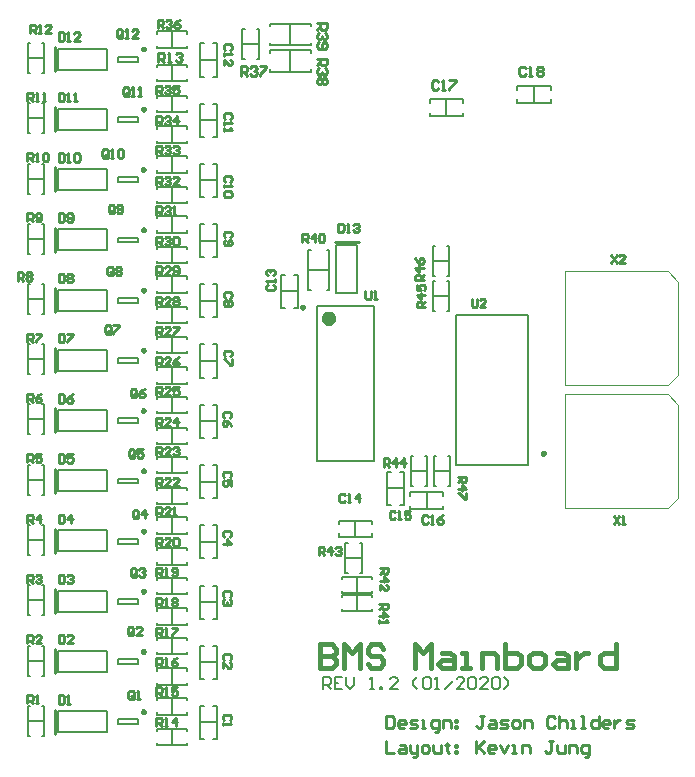
<source format=gto>
%FSLAX23Y23*%
%MOIN*%
%SFA1B1*%

%IPPOS*%
%ADD10C,0.009840*%
%ADD11C,0.023620*%
%ADD12C,0.007870*%
%ADD13C,0.005910*%
%ADD14C,0.003940*%
%ADD15C,0.010000*%
%ADD16C,0.015750*%
%LNbms-1*%
%LPD*%
G54D10*
X835Y407D02*
D01*
X835Y407*
X835Y407*
X834Y408*
X834Y408*
X834Y408*
X834Y409*
X834Y409*
X834Y409*
X834Y409*
X833Y410*
X833Y410*
X833Y410*
X833Y410*
X832Y411*
X832Y411*
X832Y411*
X832Y411*
X831Y411*
X831Y411*
X831Y411*
X830Y411*
X830Y412*
X830*
X829Y411*
X829Y411*
X828Y411*
X828Y411*
X828Y411*
X828Y411*
X827Y411*
X827Y411*
X827Y410*
X826Y410*
X826Y410*
X826Y410*
X826Y409*
X826Y409*
X825Y409*
X825Y409*
X825Y408*
X825Y408*
X825Y408*
X825Y407*
X825Y407*
X825Y407*
X825Y406*
X825Y406*
X825Y406*
X825Y405*
X825Y405*
X825Y405*
X825Y404*
X826Y404*
X826Y404*
X826Y403*
X826Y403*
X826Y403*
X827Y403*
X827Y403*
X827Y402*
X828Y402*
X828Y402*
X828Y402*
X828Y402*
X829Y402*
X829Y402*
X830Y402*
X830*
X830Y402*
X831Y402*
X831Y402*
X831Y402*
X832Y402*
X832Y402*
X832Y402*
X832Y403*
X833Y403*
X833Y403*
X833Y403*
X833Y403*
X834Y404*
X834Y404*
X834Y404*
X834Y405*
X834Y405*
X834Y405*
X834Y406*
X835Y406*
X835Y406*
X835Y407*
Y607D02*
D01*
X835Y608*
X835Y608*
X834Y608*
X834Y609*
X834Y609*
X834Y609*
X834Y610*
X834Y610*
X834Y610*
X833Y611*
X833Y611*
X833Y611*
X833Y611*
X832Y611*
X832Y612*
X832Y612*
X832Y612*
X831Y612*
X831Y612*
X831Y612*
X830Y612*
X830Y612*
X830*
X829Y612*
X829Y612*
X828Y612*
X828Y612*
X828Y612*
X828Y612*
X827Y612*
X827Y611*
X827Y611*
X826Y611*
X826Y611*
X826Y611*
X826Y610*
X826Y610*
X825Y610*
X825Y609*
X825Y609*
X825Y609*
X825Y608*
X825Y608*
X825Y608*
X825Y607*
X825Y607*
X825Y607*
X825Y606*
X825Y606*
X825Y606*
X825Y605*
X825Y605*
X826Y605*
X826Y604*
X826Y604*
X826Y604*
X826Y604*
X827Y603*
X827Y603*
X827Y603*
X828Y603*
X828Y603*
X828Y603*
X828Y603*
X829Y603*
X829Y602*
X830Y602*
X830*
X830Y602*
X831Y603*
X831Y603*
X831Y603*
X832Y603*
X832Y603*
X832Y603*
X832Y603*
X833Y603*
X833Y604*
X833Y604*
X833Y604*
X834Y604*
X834Y605*
X834Y605*
X834Y605*
X834Y606*
X834Y606*
X834Y606*
X835Y607*
X835Y607*
X835Y607*
Y808D02*
D01*
X835Y809*
X835Y809*
X834Y809*
X834Y810*
X834Y810*
X834Y810*
X834Y810*
X834Y811*
X834Y811*
X833Y811*
X833Y812*
X833Y812*
X833Y812*
X832Y812*
X832Y812*
X832Y813*
X832Y813*
X831Y813*
X831Y813*
X831Y813*
X830Y813*
X830Y813*
X830*
X829Y813*
X829Y813*
X828Y813*
X828Y813*
X828Y813*
X828Y813*
X827Y812*
X827Y812*
X827Y812*
X826Y812*
X826Y812*
X826Y811*
X826Y811*
X826Y811*
X825Y810*
X825Y810*
X825Y810*
X825Y810*
X825Y809*
X825Y809*
X825Y809*
X825Y808*
X825Y808*
X825Y807*
X825Y807*
X825Y807*
X825Y806*
X825Y806*
X825Y806*
X826Y806*
X826Y805*
X826Y805*
X826Y805*
X826Y805*
X827Y804*
X827Y804*
X827Y804*
X828Y804*
X828Y804*
X828Y803*
X828Y803*
X829Y803*
X829Y803*
X830Y803*
X830*
X830Y803*
X831Y803*
X831Y803*
X831Y803*
X832Y804*
X832Y804*
X832Y804*
X832Y804*
X833Y804*
X833Y805*
X833Y805*
X833Y805*
X834Y805*
X834Y806*
X834Y806*
X834Y806*
X834Y806*
X834Y807*
X834Y807*
X835Y807*
X835Y808*
X835Y808*
Y1009D02*
D01*
X835Y1009*
X835Y1010*
X834Y1010*
X834Y1010*
X834Y1011*
X834Y1011*
X834Y1011*
X834Y1012*
X834Y1012*
X833Y1012*
X833Y1012*
X833Y1013*
X833Y1013*
X832Y1013*
X832Y1013*
X832Y1013*
X832Y1014*
X831Y1014*
X831Y1014*
X831Y1014*
X830Y1014*
X830Y1014*
X830*
X829Y1014*
X829Y1014*
X828Y1014*
X828Y1014*
X828Y1014*
X828Y1013*
X827Y1013*
X827Y1013*
X827Y1013*
X826Y1013*
X826Y1012*
X826Y1012*
X826Y1012*
X826Y1012*
X825Y1011*
X825Y1011*
X825Y1011*
X825Y1010*
X825Y1010*
X825Y1010*
X825Y1009*
X825Y1009*
X825Y1009*
X825Y1008*
X825Y1008*
X825Y1008*
X825Y1007*
X825Y1007*
X825Y1007*
X826Y1006*
X826Y1006*
X826Y1006*
X826Y1006*
X826Y1005*
X827Y1005*
X827Y1005*
X827Y1005*
X828Y1005*
X828Y1004*
X828Y1004*
X828Y1004*
X829Y1004*
X829Y1004*
X830Y1004*
X830*
X830Y1004*
X831Y1004*
X831Y1004*
X831Y1004*
X832Y1004*
X832Y1005*
X832Y1005*
X832Y1005*
X833Y1005*
X833Y1005*
X833Y1006*
X833Y1006*
X834Y1006*
X834Y1006*
X834Y1007*
X834Y1007*
X834Y1007*
X834Y1008*
X834Y1008*
X835Y1008*
X835Y1009*
X835Y1009*
Y1210D02*
D01*
X835Y1210*
X835Y1210*
X834Y1211*
X834Y1211*
X834Y1211*
X834Y1212*
X834Y1212*
X834Y1212*
X834Y1213*
X833Y1213*
X833Y1213*
X833Y1213*
X833Y1214*
X832Y1214*
X832Y1214*
X832Y1214*
X832Y1214*
X831Y1214*
X831Y1215*
X831Y1215*
X830Y1215*
X830Y1215*
X830*
X829Y1215*
X829Y1215*
X828Y1215*
X828Y1214*
X828Y1214*
X828Y1214*
X827Y1214*
X827Y1214*
X827Y1214*
X826Y1213*
X826Y1213*
X826Y1213*
X826Y1213*
X826Y1212*
X825Y1212*
X825Y1212*
X825Y1211*
X825Y1211*
X825Y1211*
X825Y1210*
X825Y1210*
X825Y1210*
X825Y1209*
X825Y1209*
X825Y1209*
X825Y1208*
X825Y1208*
X825Y1208*
X825Y1207*
X826Y1207*
X826Y1207*
X826Y1207*
X826Y1206*
X826Y1206*
X827Y1206*
X827Y1206*
X827Y1205*
X828Y1205*
X828Y1205*
X828Y1205*
X828Y1205*
X829Y1205*
X829Y1205*
X830Y1205*
X830*
X830Y1205*
X831Y1205*
X831Y1205*
X831Y1205*
X832Y1205*
X832Y1205*
X832Y1205*
X832Y1206*
X833Y1206*
X833Y1206*
X833Y1206*
X833Y1207*
X834Y1207*
X834Y1207*
X834Y1207*
X834Y1208*
X834Y1208*
X834Y1208*
X834Y1209*
X835Y1209*
X835Y1209*
X835Y1210*
Y1411D02*
D01*
X835Y1411*
X835Y1411*
X834Y1412*
X834Y1412*
X834Y1412*
X834Y1413*
X834Y1413*
X834Y1413*
X834Y1413*
X833Y1414*
X833Y1414*
X833Y1414*
X833Y1414*
X832Y1415*
X832Y1415*
X832Y1415*
X832Y1415*
X831Y1415*
X831Y1415*
X831Y1415*
X830Y1415*
X830Y1415*
X830*
X829Y1415*
X829Y1415*
X828Y1415*
X828Y1415*
X828Y1415*
X828Y1415*
X827Y1415*
X827Y1415*
X827Y1414*
X826Y1414*
X826Y1414*
X826Y1414*
X826Y1413*
X826Y1413*
X825Y1413*
X825Y1413*
X825Y1412*
X825Y1412*
X825Y1412*
X825Y1411*
X825Y1411*
X825Y1411*
X825Y1410*
X825Y1410*
X825Y1409*
X825Y1409*
X825Y1409*
X825Y1409*
X825Y1408*
X826Y1408*
X826Y1408*
X826Y1407*
X826Y1407*
X826Y1407*
X827Y1407*
X827Y1406*
X827Y1406*
X828Y1406*
X828Y1406*
X828Y1406*
X828Y1406*
X829Y1406*
X829Y1406*
X830Y1406*
X830*
X830Y1406*
X831Y1406*
X831Y1406*
X831Y1406*
X832Y1406*
X832Y1406*
X832Y1406*
X832Y1406*
X833Y1407*
X833Y1407*
X833Y1407*
X833Y1407*
X834Y1408*
X834Y1408*
X834Y1408*
X834Y1409*
X834Y1409*
X834Y1409*
X834Y1409*
X835Y1410*
X835Y1410*
X835Y1411*
Y1611D02*
D01*
X835Y1612*
X835Y1612*
X834Y1612*
X834Y1613*
X834Y1613*
X834Y1613*
X834Y1614*
X834Y1614*
X834Y1614*
X833Y1614*
X833Y1615*
X833Y1615*
X833Y1615*
X832Y1615*
X832Y1616*
X832Y1616*
X832Y1616*
X831Y1616*
X831Y1616*
X831Y1616*
X830Y1616*
X830Y1616*
X830*
X829Y1616*
X829Y1616*
X828Y1616*
X828Y1616*
X828Y1616*
X828Y1616*
X827Y1616*
X827Y1615*
X827Y1615*
X826Y1615*
X826Y1615*
X826Y1614*
X826Y1614*
X826Y1614*
X825Y1614*
X825Y1613*
X825Y1613*
X825Y1613*
X825Y1612*
X825Y1612*
X825Y1612*
X825Y1611*
X825Y1611*
X825Y1611*
X825Y1610*
X825Y1610*
X825Y1610*
X825Y1609*
X825Y1609*
X826Y1609*
X826Y1608*
X826Y1608*
X826Y1608*
X826Y1608*
X827Y1607*
X827Y1607*
X827Y1607*
X828Y1607*
X828Y1607*
X828Y1607*
X828Y1607*
X829Y1606*
X829Y1606*
X830Y1606*
X830*
X830Y1606*
X831Y1606*
X831Y1607*
X831Y1607*
X832Y1607*
X832Y1607*
X832Y1607*
X832Y1607*
X833Y1607*
X833Y1608*
X833Y1608*
X833Y1608*
X834Y1608*
X834Y1609*
X834Y1609*
X834Y1609*
X834Y1610*
X834Y1610*
X834Y1610*
X835Y1611*
X835Y1611*
X835Y1611*
Y1812D02*
D01*
X835Y1812*
X835Y1813*
X834Y1813*
X834Y1813*
X834Y1814*
X834Y1814*
X834Y1814*
X834Y1815*
X834Y1815*
X833Y1815*
X833Y1816*
X833Y1816*
X833Y1816*
X832Y1816*
X832Y1816*
X832Y1817*
X832Y1817*
X831Y1817*
X831Y1817*
X831Y1817*
X830Y1817*
X830Y1817*
X830*
X829Y1817*
X829Y1817*
X828Y1817*
X828Y1817*
X828Y1817*
X828Y1817*
X827Y1816*
X827Y1816*
X827Y1816*
X826Y1816*
X826Y1816*
X826Y1815*
X826Y1815*
X826Y1815*
X825Y1814*
X825Y1814*
X825Y1814*
X825Y1813*
X825Y1813*
X825Y1813*
X825Y1812*
X825Y1812*
X825Y1812*
X825Y1811*
X825Y1811*
X825Y1811*
X825Y1810*
X825Y1810*
X825Y1810*
X826Y1809*
X826Y1809*
X826Y1809*
X826Y1809*
X826Y1808*
X827Y1808*
X827Y1808*
X827Y1808*
X828Y1808*
X828Y1808*
X828Y1807*
X828Y1807*
X829Y1807*
X829Y1807*
X830Y1807*
X830*
X830Y1807*
X831Y1807*
X831Y1807*
X831Y1807*
X832Y1808*
X832Y1808*
X832Y1808*
X832Y1808*
X833Y1808*
X833Y1808*
X833Y1809*
X833Y1809*
X834Y1809*
X834Y1809*
X834Y1810*
X834Y1810*
X834Y1810*
X834Y1811*
X834Y1811*
X835Y1811*
X835Y1812*
X835Y1812*
Y2013D02*
D01*
X835Y2013*
X835Y2014*
X834Y2014*
X834Y2014*
X834Y2015*
X834Y2015*
X834Y2015*
X834Y2015*
X834Y2016*
X833Y2016*
X833Y2016*
X833Y2017*
X833Y2017*
X832Y2017*
X832Y2017*
X832Y2017*
X832Y2017*
X831Y2018*
X831Y2018*
X831Y2018*
X830Y2018*
X830Y2018*
X830*
X829Y2018*
X829Y2018*
X828Y2018*
X828Y2018*
X828Y2017*
X828Y2017*
X827Y2017*
X827Y2017*
X827Y2017*
X826Y2017*
X826Y2016*
X826Y2016*
X826Y2016*
X826Y2015*
X825Y2015*
X825Y2015*
X825Y2015*
X825Y2014*
X825Y2014*
X825Y2014*
X825Y2013*
X825Y2013*
X825Y2013*
X825Y2012*
X825Y2012*
X825Y2012*
X825Y2011*
X825Y2011*
X825Y2011*
X826Y2010*
X826Y2010*
X826Y2010*
X826Y2009*
X826Y2009*
X827Y2009*
X827Y2009*
X827Y2009*
X828Y2008*
X828Y2008*
X828Y2008*
X828Y2008*
X829Y2008*
X829Y2008*
X830Y2008*
X830*
X830Y2008*
X831Y2008*
X831Y2008*
X831Y2008*
X832Y2008*
X832Y2008*
X832Y2009*
X832Y2009*
X833Y2009*
X833Y2009*
X833Y2009*
X833Y2010*
X834Y2010*
X834Y2010*
X834Y2011*
X834Y2011*
X834Y2011*
X834Y2012*
X834Y2012*
X835Y2012*
X835Y2013*
X835Y2013*
Y2414D02*
D01*
X835Y2415*
X835Y2415*
X834Y2415*
X834Y2416*
X834Y2416*
X834Y2416*
X834Y2417*
X834Y2417*
X834Y2417*
X833Y2418*
X833Y2418*
X833Y2418*
X833Y2418*
X832Y2419*
X832Y2419*
X832Y2419*
X832Y2419*
X831Y2419*
X831Y2419*
X831Y2419*
X830Y2419*
X830Y2419*
X830*
X829Y2419*
X829Y2419*
X828Y2419*
X828Y2419*
X828Y2419*
X828Y2419*
X827Y2419*
X827Y2419*
X827Y2418*
X826Y2418*
X826Y2418*
X826Y2418*
X826Y2417*
X826Y2417*
X825Y2417*
X825Y2416*
X825Y2416*
X825Y2416*
X825Y2415*
X825Y2415*
X825Y2415*
X825Y2414*
X825Y2414*
X825Y2414*
X825Y2413*
X825Y2413*
X825Y2413*
X825Y2412*
X825Y2412*
X826Y2412*
X826Y2412*
X826Y2411*
X826Y2411*
X826Y2411*
X827Y2411*
X827Y2410*
X827Y2410*
X828Y2410*
X828Y2410*
X828Y2410*
X828Y2410*
X829Y2410*
X829Y2410*
X830Y2410*
X830*
X830Y2410*
X831Y2410*
X831Y2410*
X831Y2410*
X832Y2410*
X832Y2410*
X832Y2410*
X832Y2410*
X833Y2411*
X833Y2411*
X833Y2411*
X833Y2411*
X834Y2412*
X834Y2412*
X834Y2412*
X834Y2412*
X834Y2413*
X834Y2413*
X834Y2413*
X835Y2414*
X835Y2414*
X835Y2414*
Y2214D02*
D01*
X835Y2214*
X835Y2214*
X834Y2215*
X834Y2215*
X834Y2215*
X834Y2216*
X834Y2216*
X834Y2216*
X834Y2217*
X833Y2217*
X833Y2217*
X833Y2217*
X833Y2218*
X832Y2218*
X832Y2218*
X832Y2218*
X832Y2218*
X831Y2218*
X831Y2218*
X831Y2219*
X830Y2219*
X830Y2219*
X830*
X829Y2219*
X829Y2219*
X828Y2218*
X828Y2218*
X828Y2218*
X828Y2218*
X827Y2218*
X827Y2218*
X827Y2218*
X826Y2217*
X826Y2217*
X826Y2217*
X826Y2217*
X826Y2216*
X825Y2216*
X825Y2216*
X825Y2215*
X825Y2215*
X825Y2215*
X825Y2214*
X825Y2214*
X825Y2214*
X825Y2213*
X825Y2213*
X825Y2213*
X825Y2212*
X825Y2212*
X825Y2212*
X825Y2211*
X826Y2211*
X826Y2211*
X826Y2211*
X826Y2210*
X826Y2210*
X827Y2210*
X827Y2210*
X827Y2209*
X828Y2209*
X828Y2209*
X828Y2209*
X828Y2209*
X829Y2209*
X829Y2209*
X830Y2209*
X830*
X830Y2209*
X831Y2209*
X831Y2209*
X831Y2209*
X832Y2209*
X832Y2209*
X832Y2209*
X832Y2210*
X833Y2210*
X833Y2210*
X833Y2210*
X833Y2211*
X834Y2211*
X834Y2211*
X834Y2211*
X834Y2212*
X834Y2212*
X834Y2212*
X834Y2213*
X835Y2213*
X835Y2213*
X835Y2214*
Y206D02*
D01*
X835Y206*
X835Y206*
X834Y207*
X834Y207*
X834Y207*
X834Y208*
X834Y208*
X834Y208*
X834Y209*
X833Y209*
X833Y209*
X833Y209*
X833Y210*
X832Y210*
X832Y210*
X832Y210*
X832Y210*
X831Y210*
X831Y211*
X831Y211*
X830Y211*
X830Y211*
X830*
X829Y211*
X829Y211*
X828Y211*
X828Y210*
X828Y210*
X828Y210*
X827Y210*
X827Y210*
X827Y210*
X826Y209*
X826Y209*
X826Y209*
X826Y209*
X826Y208*
X825Y208*
X825Y208*
X825Y207*
X825Y207*
X825Y207*
X825Y206*
X825Y206*
X825Y206*
X825Y205*
X825Y205*
X825Y205*
X825Y204*
X825Y204*
X825Y204*
X825Y203*
X826Y203*
X826Y203*
X826Y203*
X826Y202*
X826Y202*
X827Y202*
X827Y202*
X827Y202*
X828Y201*
X828Y201*
X828Y201*
X828Y201*
X829Y201*
X829Y201*
X830Y201*
X830*
X830Y201*
X831Y201*
X831Y201*
X831Y201*
X832Y201*
X832Y201*
X832Y202*
X832Y202*
X833Y202*
X833Y202*
X833Y202*
X833Y203*
X834Y203*
X834Y203*
X834Y203*
X834Y204*
X834Y204*
X834Y204*
X834Y205*
X835Y205*
X835Y205*
X835Y206*
X2168Y1067D02*
D01*
X2168Y1068*
X2167Y1068*
X2167Y1068*
X2167Y1069*
X2167Y1069*
X2167Y1069*
X2167Y1070*
X2167Y1070*
X2167Y1070*
X2166Y1070*
X2166Y1071*
X2166Y1071*
X2166Y1071*
X2165Y1071*
X2165Y1072*
X2165Y1072*
X2164Y1072*
X2164Y1072*
X2164Y1072*
X2163Y1072*
X2163Y1072*
X2163Y1072*
X2162*
X2162Y1072*
X2162Y1072*
X2161Y1072*
X2161Y1072*
X2161Y1072*
X2160Y1072*
X2160Y1072*
X2160Y1071*
X2160Y1071*
X2159Y1071*
X2159Y1071*
X2159Y1070*
X2159Y1070*
X2158Y1070*
X2158Y1070*
X2158Y1069*
X2158Y1069*
X2158Y1069*
X2158Y1068*
X2158Y1068*
X2158Y1068*
X2158Y1067*
X2158Y1067*
X2158Y1067*
X2158Y1066*
X2158Y1066*
X2158Y1066*
X2158Y1065*
X2158Y1065*
X2158Y1065*
X2159Y1064*
X2159Y1064*
X2159Y1064*
X2159Y1064*
X2160Y1063*
X2160Y1063*
X2160Y1063*
X2160Y1063*
X2161Y1063*
X2161Y1063*
X2161Y1063*
X2162Y1062*
X2162Y1062*
X2162Y1062*
X2163*
X2163Y1062*
X2163Y1062*
X2164Y1063*
X2164Y1063*
X2164Y1063*
X2165Y1063*
X2165Y1063*
X2165Y1063*
X2166Y1063*
X2166Y1064*
X2166Y1064*
X2166Y1064*
X2167Y1064*
X2167Y1065*
X2167Y1065*
X2167Y1065*
X2167Y1066*
X2167Y1066*
X2167Y1066*
X2167Y1067*
X2168Y1067*
X2168Y1067*
X1365Y1554D02*
D01*
X1365Y1554*
X1365Y1554*
X1365Y1555*
X1364Y1555*
X1364Y1555*
X1364Y1556*
X1364Y1556*
X1364Y1556*
X1364Y1557*
X1364Y1557*
X1363Y1557*
X1363Y1557*
X1363Y1558*
X1362Y1558*
X1362Y1558*
X1362Y1558*
X1362Y1558*
X1361Y1558*
X1361Y1558*
X1361Y1558*
X1360Y1559*
X1360Y1559*
X1360*
X1359Y1559*
X1359Y1558*
X1359Y1558*
X1358Y1558*
X1358Y1558*
X1358Y1558*
X1357Y1558*
X1357Y1558*
X1357Y1558*
X1356Y1557*
X1356Y1557*
X1356Y1557*
X1356Y1557*
X1356Y1556*
X1355Y1556*
X1355Y1556*
X1355Y1555*
X1355Y1555*
X1355Y1555*
X1355Y1554*
X1355Y1554*
X1355Y1554*
X1355Y1553*
X1355Y1553*
X1355Y1553*
X1355Y1552*
X1355Y1552*
X1355Y1552*
X1355Y1551*
X1356Y1551*
X1356Y1551*
X1356Y1550*
X1356Y1550*
X1356Y1550*
X1357Y1550*
X1357Y1550*
X1357Y1549*
X1358Y1549*
X1358Y1549*
X1358Y1549*
X1359Y1549*
X1359Y1549*
X1359Y1549*
X1360Y1549*
X1360*
X1360Y1549*
X1361Y1549*
X1361Y1549*
X1361Y1549*
X1362Y1549*
X1362Y1549*
X1362Y1549*
X1362Y1550*
X1363Y1550*
X1363Y1550*
X1363Y1550*
X1364Y1550*
X1364Y1551*
X1364Y1551*
X1364Y1551*
X1364Y1552*
X1364Y1552*
X1364Y1552*
X1365Y1553*
X1365Y1553*
X1365Y1553*
X1365Y1554*
X1467Y1773D02*
X1547D01*
X536Y2341D02*
Y2421D01*
Y2141D02*
Y2221D01*
Y1940D02*
Y2020D01*
Y1739D02*
Y1819D01*
Y1538D02*
Y1618D01*
Y1337D02*
Y1417D01*
Y1137D02*
Y1217D01*
Y936D02*
Y1016D01*
Y735D02*
Y815D01*
Y534D02*
Y614D01*
Y334D02*
Y414D01*
Y133D02*
Y213D01*
G54D11*
X1458Y1517D02*
D01*
X1458Y1518*
X1458Y1519*
X1458Y1520*
X1458Y1520*
X1457Y1521*
X1457Y1522*
X1457Y1523*
X1456Y1523*
X1456Y1524*
X1455Y1525*
X1455Y1525*
X1454Y1526*
X1454Y1527*
X1453Y1527*
X1452Y1527*
X1452Y1528*
X1451Y1528*
X1450Y1528*
X1449Y1529*
X1448Y1529*
X1448Y1529*
X1447Y1529*
X1446*
X1445Y1529*
X1444Y1529*
X1443Y1529*
X1443Y1528*
X1442Y1528*
X1441Y1528*
X1440Y1527*
X1440Y1527*
X1439Y1527*
X1438Y1526*
X1438Y1525*
X1437Y1525*
X1437Y1524*
X1436Y1523*
X1436Y1523*
X1436Y1522*
X1435Y1521*
X1435Y1520*
X1435Y1520*
X1435Y1519*
X1435Y1518*
X1435Y1517*
X1435Y1516*
X1435Y1516*
X1435Y1515*
X1435Y1514*
X1435Y1513*
X1436Y1512*
X1436Y1512*
X1436Y1511*
X1437Y1510*
X1437Y1510*
X1438Y1509*
X1438Y1508*
X1439Y1508*
X1440Y1507*
X1440Y1507*
X1441Y1507*
X1442Y1506*
X1443Y1506*
X1443Y1506*
X1444Y1506*
X1445Y1505*
X1446Y1505*
X1447*
X1448Y1505*
X1448Y1506*
X1449Y1506*
X1450Y1506*
X1451Y1506*
X1452Y1507*
X1452Y1507*
X1453Y1507*
X1454Y1508*
X1454Y1508*
X1455Y1509*
X1455Y1510*
X1456Y1510*
X1456Y1511*
X1457Y1512*
X1457Y1512*
X1457Y1513*
X1458Y1514*
X1458Y1515*
X1458Y1516*
X1458Y1516*
X1458Y1517*
G54D12*
X745Y380D02*
X812D01*
X745Y365D02*
X812D01*
Y380*
X745Y365D02*
Y380D01*
Y581D02*
X812D01*
X745Y565D02*
X812D01*
Y581*
X745Y565D02*
Y581D01*
Y782D02*
X812D01*
X745Y766D02*
X812D01*
Y782*
X745Y766D02*
Y782D01*
Y983D02*
X812D01*
X745Y967D02*
X812D01*
Y983*
X745Y967D02*
Y983D01*
Y1184D02*
X812D01*
X745Y1168D02*
X812D01*
Y1184*
X745Y1168D02*
Y1184D01*
Y1369D02*
Y1384D01*
X812Y1369D02*
Y1384D01*
X745Y1369D02*
X812D01*
X745Y1384D02*
X812D01*
X745Y1585D02*
X812D01*
X745Y1569D02*
X812D01*
Y1585*
X745Y1569D02*
Y1585D01*
Y1786D02*
X812D01*
X745Y1770D02*
X812D01*
Y1786*
X745Y1770D02*
Y1786D01*
Y1987D02*
X812D01*
X745Y1971D02*
X812D01*
Y1987*
X745Y1971D02*
Y1987D01*
Y2388D02*
X812D01*
X745Y2373D02*
X812D01*
Y2388*
X745Y2373D02*
Y2388D01*
Y2187D02*
X812D01*
X745Y2172D02*
X812D01*
Y2187*
X745Y2172D02*
Y2187D01*
Y180D02*
X812D01*
X745Y164D02*
X812D01*
Y180*
X745Y164D02*
Y180D01*
X1873Y1529D02*
X2112D01*
Y1029D02*
Y1529D01*
X1873Y1029D02*
Y1529D01*
Y1029D02*
X2112D01*
X1472Y1602D02*
Y1763D01*
X1542*
Y1602D02*
Y1763D01*
X1472Y1602D02*
X1542D01*
X1407Y1041D02*
Y1557D01*
X1600Y1041D02*
Y1557D01*
X1407D02*
X1600D01*
X1407Y1041D02*
X1600D01*
X546Y2346D02*
X707D01*
X546D02*
Y2416D01*
X707*
Y2346D02*
Y2416D01*
X546Y2146D02*
X707D01*
X546D02*
Y2216D01*
X707*
Y2146D02*
Y2216D01*
X546Y1945D02*
X707D01*
X546D02*
Y2015D01*
X707*
Y1945D02*
Y2015D01*
X546Y1744D02*
X707D01*
X546D02*
Y1814D01*
X707*
Y1744D02*
Y1814D01*
X546Y1543D02*
X707D01*
X546D02*
Y1613D01*
X707*
Y1543D02*
Y1613D01*
X546Y1342D02*
X707D01*
X546D02*
Y1412D01*
X707*
Y1342D02*
Y1412D01*
X546Y1142D02*
X707D01*
X546D02*
Y1212D01*
X707*
Y1142D02*
Y1212D01*
X546Y941D02*
X707D01*
X546D02*
Y1011D01*
X707*
Y941D02*
Y1011D01*
X546Y740D02*
X707D01*
X546D02*
Y810D01*
X707*
Y740D02*
Y810D01*
X546Y539D02*
X707D01*
X546D02*
Y609D01*
X707*
Y539D02*
Y609D01*
X546Y339D02*
X707D01*
X546D02*
Y409D01*
X707*
Y339D02*
Y409D01*
X546Y138D02*
X707D01*
X546D02*
Y208D01*
X707*
Y138D02*
Y208D01*
X1428Y281D02*
Y320D01*
X1447*
X1454Y314*
Y301*
X1447Y294*
X1428*
X1441D02*
X1454Y281D01*
X1493Y320D02*
X1467D01*
Y281*
X1493*
X1467Y301D02*
X1480D01*
X1506Y320D02*
Y294D01*
X1519Y281*
X1533Y294*
Y320*
X1585Y281D02*
X1598D01*
X1592*
Y320*
X1585Y314*
X1618Y281D02*
Y288D01*
X1624*
Y281*
X1618*
X1677D02*
X1651D01*
X1677Y307*
Y314*
X1670Y320*
X1657*
X1651Y314*
X1743Y281D02*
X1729Y294D01*
Y307*
X1743Y320*
X1762Y314D02*
X1769Y320D01*
X1782*
X1788Y314*
Y288*
X1782Y281*
X1769*
X1762Y288*
Y314*
X1802Y281D02*
X1815D01*
X1808*
Y320*
X1802Y314*
X1834Y281D02*
X1861Y307D01*
X1900Y281D02*
X1874D01*
X1900Y307*
Y314*
X1893Y320*
X1880*
X1874Y314*
X1913D02*
X1920Y320D01*
X1933*
X1939Y314*
Y288*
X1933Y281*
X1920*
X1913Y288*
Y314*
X1979Y281D02*
X1952D01*
X1979Y307*
Y314*
X1972Y320*
X1959*
X1952Y314*
X1992D02*
X1998Y320D01*
X2011*
X2018Y314*
Y288*
X2011Y281*
X1998*
X1992Y288*
Y314*
X2031Y281D02*
X2044Y294D01*
Y307*
X2031Y320*
G54D13*
X874Y2308D02*
Y2315D01*
Y2308D02*
X974D01*
Y2315*
Y2355D02*
Y2363D01*
X874D02*
X974D01*
X874Y2355D02*
Y2363D01*
X924Y2308D02*
Y2363D01*
X1159Y2483D02*
X1167D01*
X1159Y2383D02*
Y2483D01*
Y2383D02*
X1167D01*
X1207D02*
X1215D01*
Y2483*
X1207D02*
X1215D01*
X1159Y2433D02*
X1215D01*
X1253Y2490D02*
Y2498D01*
X1387*
Y2490D02*
Y2498D01*
X1253Y2427D02*
Y2435D01*
Y2427D02*
X1387D01*
Y2435*
X1320Y2427D02*
Y2498D01*
X1253Y2402D02*
Y2410D01*
X1387*
Y2402D02*
Y2410D01*
X1253Y2339D02*
Y2347D01*
Y2339D02*
X1387D01*
Y2347*
X1320Y2339D02*
Y2410D01*
X1591Y831D02*
Y843D01*
X1481D02*
X1591D01*
X1481Y831D02*
Y843D01*
Y788D02*
Y800D01*
Y788D02*
X1591D01*
Y800*
X1536Y788D02*
Y843D01*
X1642Y951D02*
X1698D01*
X1642Y896D02*
X1654D01*
X1642D02*
Y1006D01*
X1654*
X1686D02*
X1698D01*
Y896D02*
Y1006D01*
X1686Y896D02*
X1698D01*
X1290Y1663D02*
X1302D01*
X1290Y1553D02*
Y1663D01*
Y1553D02*
X1302D01*
X1333D02*
X1345D01*
Y1663*
X1333D02*
X1345D01*
X1290Y1608D02*
X1345D01*
X1491Y541D02*
Y549D01*
Y541D02*
X1591D01*
Y549*
Y589D02*
Y596D01*
X1491D02*
X1591D01*
X1491Y589D02*
Y596D01*
X1541Y541D02*
Y596D01*
X1491Y600D02*
Y607D01*
Y600D02*
X1591D01*
Y607*
Y647D02*
Y655D01*
X1491D02*
X1591D01*
X1491Y647D02*
Y655D01*
X1541Y600D02*
Y655D01*
X1551Y667D02*
X1558D01*
Y767*
X1551D02*
X1558D01*
X1503D02*
X1511D01*
X1503Y667D02*
Y767D01*
Y667D02*
X1511D01*
X1503Y717D02*
X1558D01*
X1775Y881D02*
Y937D01*
X1720Y925D02*
Y937D01*
X1830*
Y925D02*
Y937D01*
Y881D02*
Y893D01*
X1720Y881D02*
X1830D01*
X1720D02*
Y893D01*
X2187Y2279D02*
Y2291D01*
X2076D02*
X2187D01*
X2076Y2279D02*
Y2291D01*
Y2236D02*
Y2248D01*
Y2236D02*
X2187D01*
Y2248*
X2131Y2236D02*
Y2291D01*
X1785Y2192D02*
Y2203D01*
Y2192D02*
X1895D01*
Y2203*
Y2235D02*
Y2247D01*
X1785D02*
X1895D01*
X1785Y2235D02*
Y2247D01*
X1840Y2192D02*
Y2247D01*
X1379Y1678D02*
X1450D01*
X1442Y1745D02*
X1450D01*
Y1611D02*
Y1745D01*
X1442Y1611D02*
X1450D01*
X1379Y1745D02*
X1387D01*
X1379Y1611D02*
Y1745D01*
Y1611D02*
X1387D01*
X1798Y1009D02*
X1853D01*
X1798Y959D02*
X1805D01*
X1798D02*
Y1059D01*
X1805*
X1845D02*
X1853D01*
Y959D02*
Y1059D01*
X1845Y959D02*
X1853D01*
X1721Y1009D02*
X1776D01*
X1769Y1059D02*
X1776D01*
Y959D02*
Y1059D01*
X1769Y959D02*
X1776D01*
X1721D02*
X1729D01*
X1721D02*
Y1059D01*
X1729*
X1794Y1707D02*
X1849D01*
X1841Y1757D02*
X1849D01*
Y1657D02*
Y1757D01*
X1841Y1657D02*
X1849D01*
X1794D02*
X1801D01*
X1794D02*
Y1757D01*
X1801*
X1794Y1592D02*
X1849D01*
X1841Y1642D02*
X1849D01*
Y1542D02*
Y1642D01*
X1841Y1542D02*
X1849D01*
X1794D02*
X1801D01*
X1794D02*
Y1642D01*
X1801*
X445Y176D02*
X500D01*
X492Y226D02*
X500D01*
Y126D02*
Y226D01*
X492Y126D02*
X500D01*
X445D02*
X452D01*
X445D02*
Y226D01*
X452*
X445Y376D02*
X500D01*
X492Y426D02*
X500D01*
Y326D02*
Y426D01*
X492Y326D02*
X500D01*
X445D02*
X452D01*
X445D02*
Y426D01*
X452*
X445Y577D02*
X500D01*
X492Y627D02*
X500D01*
Y527D02*
Y627D01*
X492Y527D02*
X500D01*
X445D02*
X452D01*
X445D02*
Y627D01*
X452*
X445Y778D02*
X500D01*
X492Y828D02*
X500D01*
Y728D02*
Y828D01*
X492Y728D02*
X500D01*
X445D02*
X452D01*
X445D02*
Y828D01*
X452*
X445Y979D02*
X500D01*
X492Y1029D02*
X500D01*
Y929D02*
Y1029D01*
X492Y929D02*
X500D01*
X445D02*
X452D01*
X445D02*
Y1029D01*
X452*
X445Y1180D02*
X500D01*
X492Y1230D02*
X500D01*
Y1130D02*
Y1230D01*
X492Y1130D02*
X500D01*
X445D02*
X452D01*
X445D02*
Y1230D01*
X452*
X445Y1380D02*
X500D01*
X492Y1430D02*
X500D01*
Y1330D02*
Y1430D01*
X492Y1330D02*
X500D01*
X445D02*
X452D01*
X445D02*
Y1430D01*
X452*
X445Y1581D02*
X500D01*
X492Y1631D02*
X500D01*
Y1531D02*
Y1631D01*
X492Y1531D02*
X500D01*
X445D02*
X452D01*
X445D02*
Y1631D01*
X452*
X445Y1782D02*
X500D01*
X492Y1832D02*
X500D01*
Y1732D02*
Y1832D01*
X492Y1732D02*
X500D01*
X445D02*
X452D01*
X445D02*
Y1832D01*
X452*
X445Y1983D02*
X500D01*
X492Y2033D02*
X500D01*
Y1933D02*
Y2033D01*
X492Y1933D02*
X500D01*
X445D02*
X452D01*
X445D02*
Y2033D01*
X452*
X445Y2184D02*
X500D01*
X492Y2234D02*
X500D01*
Y2134D02*
Y2234D01*
X492Y2134D02*
X500D01*
X445D02*
X452D01*
X445D02*
Y2234D01*
X452*
X1063Y115D02*
X1075D01*
Y225*
X1063D02*
X1075D01*
X1020D02*
X1031D01*
X1020Y115D02*
Y225D01*
Y115D02*
X1031D01*
X1020Y170D02*
X1075D01*
X1063Y315D02*
X1075D01*
Y426*
X1063D02*
X1075D01*
X1020D02*
X1031D01*
X1020Y315D02*
Y426D01*
Y315D02*
X1031D01*
X1020Y371D02*
X1075D01*
X1063Y516D02*
X1075D01*
Y626*
X1063D02*
X1075D01*
X1020D02*
X1031D01*
X1020Y516D02*
Y626D01*
Y516D02*
X1031D01*
X1020Y571D02*
X1075D01*
X1063Y717D02*
X1075D01*
Y827*
X1063D02*
X1075D01*
X1020D02*
X1031D01*
X1020Y717D02*
Y827D01*
Y717D02*
X1031D01*
X1020Y772D02*
X1075D01*
X1063Y918D02*
X1075D01*
Y1028*
X1063D02*
X1075D01*
X1020D02*
X1031D01*
X1020Y918D02*
Y1028D01*
Y918D02*
X1031D01*
X1020Y973D02*
X1075D01*
X1063Y1119D02*
X1075D01*
Y1229*
X1063D02*
X1075D01*
X1020D02*
X1031D01*
X1020Y1119D02*
Y1229D01*
Y1119D02*
X1031D01*
X1020Y1174D02*
X1075D01*
X1063Y1319D02*
X1075D01*
Y1430*
X1063D02*
X1075D01*
X1020D02*
X1031D01*
X1020Y1319D02*
Y1430D01*
Y1319D02*
X1031D01*
X1020Y1375D02*
X1075D01*
X1063Y1520D02*
X1075D01*
Y1630*
X1063D02*
X1075D01*
X1020D02*
X1031D01*
X1020Y1520D02*
Y1630D01*
Y1520D02*
X1031D01*
X1020Y1575D02*
X1075D01*
X1063Y1721D02*
X1075D01*
Y1831*
X1063D02*
X1075D01*
X1020D02*
X1031D01*
X1020Y1721D02*
Y1831D01*
Y1721D02*
X1031D01*
X1020Y1776D02*
X1075D01*
X1063Y1922D02*
X1075D01*
Y2032*
X1063D02*
X1075D01*
X1020D02*
X1031D01*
X1020Y1922D02*
Y2032D01*
Y1922D02*
X1031D01*
X1020Y1977D02*
X1075D01*
X1063Y2123D02*
X1075D01*
Y2233*
X1063D02*
X1075D01*
X1020D02*
X1031D01*
X1020Y2123D02*
Y2233D01*
Y2123D02*
X1031D01*
X1020Y2178D02*
X1075D01*
X1063Y2323D02*
X1075D01*
Y2434*
X1063D02*
X1075D01*
X1020D02*
X1031D01*
X1020Y2323D02*
Y2434D01*
Y2323D02*
X1031D01*
X1020Y2378D02*
X1075D01*
X925Y2418D02*
Y2474D01*
X875Y2466D02*
Y2474D01*
X975*
Y2466D02*
Y2474D01*
Y2418D02*
Y2426D01*
X875Y2418D02*
X975D01*
X875D02*
Y2426D01*
X925Y2204D02*
Y2259D01*
X875Y2252D02*
Y2259D01*
X975*
Y2252D02*
Y2259D01*
Y2204D02*
Y2212D01*
X875Y2204D02*
X975D01*
X875D02*
Y2212D01*
X925Y2102D02*
Y2157D01*
X875Y2149D02*
Y2157D01*
X975*
Y2149D02*
Y2157D01*
Y2102D02*
Y2109D01*
X875Y2102D02*
X975D01*
X875D02*
Y2109D01*
X925Y2003D02*
Y2059D01*
X875Y2051D02*
Y2059D01*
X975*
Y2051D02*
Y2059D01*
Y2003D02*
Y2011D01*
X875Y2003D02*
X975D01*
X875D02*
Y2011D01*
X925Y1901D02*
Y1956D01*
X875Y1949D02*
Y1956D01*
X975*
Y1949D02*
Y1956D01*
Y1901D02*
Y1909D01*
X875Y1901D02*
X975D01*
X875D02*
Y1909D01*
X925Y1803D02*
Y1858D01*
X875Y1850D02*
Y1858D01*
X975*
Y1850D02*
Y1858D01*
Y1803D02*
Y1810D01*
X875Y1803D02*
X975D01*
X875D02*
Y1810D01*
X925Y1700D02*
Y1755D01*
X875Y1748D02*
Y1755D01*
X975*
Y1748D02*
Y1755D01*
Y1700D02*
Y1708D01*
X875Y1700D02*
X975D01*
X875D02*
Y1708D01*
X925Y1602D02*
Y1657D01*
X875Y1649D02*
Y1657D01*
X975*
Y1649D02*
Y1657D01*
Y1602D02*
Y1609D01*
X875Y1602D02*
X975D01*
X875D02*
Y1609D01*
X925Y1500D02*
Y1555D01*
X875Y1547D02*
Y1555D01*
X975*
Y1547D02*
Y1555D01*
Y1500D02*
Y1507D01*
X875Y1500D02*
X975D01*
X875D02*
Y1507D01*
X925Y1401D02*
Y1456D01*
X875Y1449D02*
Y1456D01*
X975*
Y1449D02*
Y1456D01*
Y1401D02*
Y1409D01*
X875Y1401D02*
X975D01*
X875D02*
Y1409D01*
X925Y1299D02*
Y1354D01*
X875Y1346D02*
Y1354D01*
X975*
Y1346D02*
Y1354D01*
Y1299D02*
Y1306D01*
X875Y1299D02*
X975D01*
X875D02*
Y1306D01*
X925Y1098D02*
Y1153D01*
X875Y1145D02*
Y1153D01*
X975*
Y1145D02*
Y1153D01*
Y1098D02*
Y1105D01*
X875Y1098D02*
X975D01*
X875D02*
Y1105D01*
X925Y1200D02*
Y1255D01*
X875Y1248D02*
Y1255D01*
X975*
Y1248D02*
Y1255D01*
Y1200D02*
Y1208D01*
X875Y1200D02*
X975D01*
X875D02*
Y1208D01*
X925Y1000D02*
Y1055D01*
X875Y1047D02*
Y1055D01*
X975*
Y1047D02*
Y1055D01*
Y1000D02*
Y1007D01*
X875Y1000D02*
X975D01*
X875D02*
Y1007D01*
X925Y897D02*
Y952D01*
X875Y945D02*
Y952D01*
X975*
Y945D02*
Y952D01*
Y897D02*
Y905D01*
X875Y897D02*
X975D01*
X875D02*
Y905D01*
X925Y799D02*
Y854D01*
X875Y846D02*
Y854D01*
X975*
Y846D02*
Y854D01*
Y799D02*
Y806D01*
X875Y799D02*
X975D01*
X875D02*
Y806D01*
X925Y696D02*
Y751D01*
X875Y744D02*
Y751D01*
X975*
Y744D02*
Y751D01*
Y696D02*
Y704D01*
X875Y696D02*
X975D01*
X875D02*
Y704D01*
X925Y598D02*
Y653D01*
X875Y645D02*
Y653D01*
X975*
Y645D02*
Y653D01*
Y598D02*
Y605D01*
X875Y598D02*
X975D01*
X875D02*
Y605D01*
X925Y496D02*
Y551D01*
X875Y543D02*
Y551D01*
X975*
Y543D02*
Y551D01*
Y496D02*
Y503D01*
X875Y496D02*
X975D01*
X875D02*
Y503D01*
X925Y397D02*
Y452D01*
X875Y445D02*
Y452D01*
X975*
Y445D02*
Y452D01*
Y397D02*
Y405D01*
X875Y397D02*
X975D01*
X875D02*
Y405D01*
X925Y295D02*
Y350D01*
X875Y342D02*
Y350D01*
X975*
Y342D02*
Y350D01*
Y295D02*
Y302D01*
X875Y295D02*
X975D01*
X875D02*
Y302D01*
X925Y196D02*
Y251D01*
X875Y244D02*
Y251D01*
X975*
Y244D02*
Y251D01*
Y196D02*
Y204D01*
X875Y196D02*
X975D01*
X875D02*
Y204D01*
X925Y94D02*
Y149D01*
X875Y142D02*
Y149D01*
X975*
Y142D02*
Y149D01*
Y94D02*
Y102D01*
X875Y94D02*
X975D01*
X875D02*
Y102D01*
X445Y2384D02*
X500D01*
X492Y2434D02*
X500D01*
Y2334D02*
Y2434D01*
X492Y2334D02*
X500D01*
X445D02*
X452D01*
X445D02*
Y2434D01*
X452*
G54D14*
X2579Y1294D02*
X2613Y1329D01*
Y1639*
X2579Y1674D02*
X2613Y1639D01*
X2234Y1674D02*
X2579D01*
X2234Y1294D02*
X2579D01*
X2234D02*
Y1674D01*
X2579Y884D02*
X2613Y919D01*
Y1229*
X2579Y1264D02*
X2613Y1229D01*
X2234Y1264D02*
X2579D01*
X2234Y884D02*
X2579D01*
X2234D02*
Y1264D01*
G54D15*
X1638Y192D02*
Y152D01*
X1658*
X1665Y159*
Y185*
X1658Y192*
X1638*
X1697Y152D02*
X1684D01*
X1678Y159*
Y172*
X1684Y178*
X1697*
X1704Y172*
Y165*
X1678*
X1717Y152D02*
X1737D01*
X1743Y159*
X1737Y165*
X1724*
X1717Y172*
X1724Y178*
X1743*
X1757Y152D02*
X1770D01*
X1763*
Y178*
X1757*
X1802Y139D02*
X1809D01*
X1816Y146*
Y178*
X1796*
X1789Y172*
Y159*
X1796Y152*
X1816*
X1829D02*
Y178D01*
X1848*
X1855Y172*
Y152*
X1868Y178D02*
X1875D01*
Y172*
X1868*
Y178*
Y159D02*
X1875D01*
Y152*
X1868*
Y159*
X1966Y192D02*
X1953D01*
X1960*
Y159*
X1953Y152*
X1947*
X1940Y159*
X1986Y178D02*
X1999D01*
X2006Y172*
Y152*
X1986*
X1980Y159*
X1986Y165*
X2006*
X2019Y152D02*
X2039D01*
X2045Y159*
X2039Y165*
X2025*
X2019Y172*
X2025Y178*
X2045*
X2065Y152D02*
X2078D01*
X2084Y159*
Y172*
X2078Y178*
X2065*
X2058Y172*
Y159*
X2065Y152*
X2098D02*
Y178D01*
X2117*
X2124Y172*
Y152*
X2203Y185D02*
X2196Y192D01*
X2183*
X2176Y185*
Y159*
X2183Y152*
X2196*
X2203Y159*
X2216Y192D02*
Y152D01*
Y172*
X2222Y178*
X2235*
X2242Y172*
Y152*
X2255D02*
X2268D01*
X2262*
Y178*
X2255*
X2288Y152D02*
X2301D01*
X2294*
Y192*
X2288*
X2347D02*
Y152D01*
X2327*
X2321Y159*
Y172*
X2327Y178*
X2347*
X2380Y152D02*
X2367D01*
X2360Y159*
Y172*
X2367Y178*
X2380*
X2386Y172*
Y165*
X2360*
X2399Y178D02*
Y152D01*
Y165*
X2406Y172*
X2412Y178*
X2419*
X2439Y152D02*
X2458D01*
X2465Y159*
X2458Y165*
X2445*
X2439Y172*
X2445Y178*
X2465*
X1638Y107D02*
Y68D01*
X1665*
X1684Y94D02*
X1697D01*
X1704Y88*
Y68*
X1684*
X1678Y74*
X1684Y81*
X1704*
X1717Y94D02*
Y74D01*
X1724Y68*
X1743*
Y61*
X1737Y55*
X1730*
X1743Y68D02*
Y94D01*
X1763Y68D02*
X1776D01*
X1783Y74*
Y88*
X1776Y94*
X1763*
X1757Y88*
Y74*
X1763Y68*
X1796Y94D02*
Y74D01*
X1802Y68*
X1822*
Y94*
X1842Y101D02*
Y94D01*
X1835*
X1848*
X1842*
Y74*
X1848Y68*
X1868Y94D02*
X1875D01*
Y88*
X1868*
Y94*
Y74D02*
X1875D01*
Y68*
X1868*
Y74*
X1940Y107D02*
Y68D01*
Y81*
X1966Y107*
X1947Y88*
X1966Y68*
X1999D02*
X1986D01*
X1980Y74*
Y88*
X1986Y94*
X1999*
X2006Y88*
Y81*
X1980*
X2019Y94D02*
X2032Y68D01*
X2045Y94*
X2058Y68D02*
X2071D01*
X2065*
Y94*
X2058*
X2091Y68D02*
Y94D01*
X2111*
X2117Y88*
Y68*
X2196Y107D02*
X2183D01*
X2189*
Y74*
X2183Y68*
X2176*
X2170Y74*
X2209Y94D02*
Y74D01*
X2216Y68*
X2235*
Y94*
X2248Y68D02*
Y94D01*
X2268*
X2275Y88*
Y68*
X2301Y55D02*
X2308D01*
X2314Y61*
Y94*
X2294*
X2288Y88*
Y74*
X2294Y68*
X2314*
X1502Y927D02*
X1497Y932D01*
X1488*
X1483Y927*
Y909*
X1488Y904*
X1497*
X1502Y909*
X1511Y904D02*
X1520D01*
X1515*
Y932*
X1511Y927*
X1548Y904D02*
Y932D01*
X1534Y918*
X1552*
X879Y2372D02*
Y2403D01*
X895*
X900Y2398*
Y2388*
X895Y2382*
X879*
X890D02*
X900Y2372D01*
X911D02*
X921D01*
X916*
Y2403*
X911Y2398*
X937D02*
X942Y2403D01*
X953*
X958Y2398*
Y2393*
X953Y2388*
X948*
X953*
X958Y2382*
Y2377*
X953Y2372*
X942*
X937Y2377*
X1155Y2326D02*
Y2358D01*
X1171*
X1176Y2353*
Y2342*
X1171Y2337*
X1155*
X1165D02*
X1176Y2326D01*
X1186Y2353D02*
X1192Y2358D01*
X1202*
X1207Y2353*
Y2347*
X1202Y2342*
X1197*
X1202*
X1207Y2337*
Y2332*
X1202Y2326*
X1192*
X1186Y2332*
X1218Y2358D02*
X1239D01*
Y2353*
X1218Y2332*
Y2326*
X1410Y2381D02*
X1441D01*
Y2366*
X1436Y2360*
X1426*
X1420Y2366*
Y2381*
Y2371D02*
X1410Y2360D01*
X1436Y2350D02*
X1441Y2345D01*
Y2334*
X1436Y2329*
X1431*
X1426Y2334*
Y2339*
Y2334*
X1420Y2329*
X1415*
X1410Y2334*
Y2345*
X1415Y2350*
X1436Y2318D02*
X1441Y2313D01*
Y2303*
X1436Y2297*
X1431*
X1426Y2303*
X1420Y2297*
X1415*
X1410Y2303*
Y2313*
X1415Y2318*
X1420*
X1426Y2313*
X1431Y2318*
X1436*
X1426Y2313D02*
Y2303D01*
X1410Y2500D02*
X1441D01*
Y2484*
X1436Y2479*
X1426*
X1420Y2484*
Y2500*
Y2490D02*
X1410Y2479D01*
X1436Y2469D02*
X1441Y2463D01*
Y2453*
X1436Y2448*
X1431*
X1426Y2453*
Y2458*
Y2453*
X1420Y2448*
X1415*
X1410Y2453*
Y2463*
X1415Y2469*
Y2437D02*
X1410Y2432D01*
Y2421*
X1415Y2416*
X1436*
X1441Y2421*
Y2432*
X1436Y2437*
X1431*
X1426Y2432*
Y2416*
X1813Y2305D02*
X1808Y2311D01*
X1798*
X1792Y2305*
Y2285*
X1798Y2279*
X1808*
X1813Y2285*
X1824Y2279D02*
X1834D01*
X1829*
Y2311*
X1824Y2305*
X1850Y2311D02*
X1871D01*
Y2305*
X1850Y2285*
Y2279*
X2104Y2350D02*
X2099Y2356D01*
X2089*
X2083Y2350*
Y2330*
X2089Y2324*
X2099*
X2104Y2330*
X2115Y2324D02*
X2125D01*
X2120*
Y2356*
X2115Y2350*
X2141D02*
X2146Y2356D01*
X2157*
X2162Y2350*
Y2345*
X2157Y2340*
X2162Y2335*
Y2330*
X2157Y2324*
X2146*
X2141Y2330*
Y2335*
X2146Y2340*
X2141Y2345*
Y2350*
X2146Y2340D02*
X2157D01*
X2388Y1729D02*
X2407Y1702D01*
Y1729D02*
X2388Y1702D01*
X2434D02*
X2416D01*
X2434Y1720*
Y1725*
X2430Y1729*
X2420*
X2416Y1725*
X1768Y1555D02*
X1741D01*
Y1568*
X1745Y1573*
X1754*
X1759Y1568*
Y1555*
Y1564D02*
X1768Y1573D01*
Y1596D02*
X1741D01*
X1754Y1582*
Y1601*
X1741Y1628D02*
Y1610D01*
X1754*
X1750Y1619*
Y1624*
X1754Y1628*
X1764*
X1768Y1624*
Y1614*
X1764Y1610*
X1764Y1644D02*
X1736D01*
Y1658*
X1741Y1662*
X1750*
X1755Y1658*
Y1644*
Y1653D02*
X1764Y1662D01*
Y1685D02*
X1736D01*
X1750Y1672*
Y1690*
X1736Y1717D02*
X1741Y1708D01*
X1750Y1699*
X1759*
X1764Y1704*
Y1713*
X1759Y1717*
X1755*
X1750Y1713*
Y1699*
X1631Y1022D02*
Y1050D01*
X1645*
X1650Y1045*
Y1036*
X1645Y1031*
X1631*
X1641D02*
X1650Y1022D01*
X1673D02*
Y1050D01*
X1659Y1036*
X1677*
X1700Y1022D02*
Y1050D01*
X1686Y1036*
X1705*
X1878Y989D02*
X1906D01*
Y975*
X1901Y971*
X1892*
X1888Y975*
Y989*
Y980D02*
X1878Y971D01*
Y948D02*
X1906D01*
X1892Y962*
Y943*
X1906Y934D02*
Y916D01*
X1901*
X1883Y934*
X1878*
X2397Y859D02*
X2416Y831D01*
Y859D02*
X2397Y831D01*
X2425D02*
X2434D01*
X2430*
Y859*
X2425Y854*
X1415Y728D02*
Y755D01*
X1429*
X1433Y751*
Y742*
X1429Y737*
X1415*
X1424D02*
X1433Y728D01*
X1456D02*
Y755D01*
X1442Y742*
X1461*
X1470Y751D02*
X1475Y755D01*
X1484*
X1488Y751*
Y746*
X1484Y742*
X1479*
X1484*
X1488Y737*
Y732*
X1484Y728*
X1475*
X1470Y732*
X1617Y685D02*
X1645D01*
Y671*
X1640Y666*
X1631*
X1627Y671*
Y685*
Y675D02*
X1617Y666D01*
Y643D02*
X1645D01*
X1631Y657*
Y639*
X1617Y611D02*
Y629D01*
X1636Y611*
X1640*
X1645Y616*
Y625*
X1640Y629*
X1616Y565D02*
X1644D01*
Y551*
X1639Y547*
X1630*
X1626Y551*
Y565*
Y556D02*
X1616Y547D01*
Y524D02*
X1644D01*
X1630Y537*
Y519*
X1616Y510D02*
Y501D01*
Y505*
X1644*
X1639Y510*
X877Y2484D02*
Y2512D01*
X891*
X896Y2507*
Y2498*
X891Y2494*
X877*
X887D02*
X896Y2484D01*
X905Y2507D02*
X910Y2512D01*
X919*
X923Y2507*
Y2503*
X919Y2498*
X914*
X919*
X923Y2494*
Y2489*
X919Y2484*
X910*
X905Y2489*
X951Y2512D02*
X942Y2507D01*
X933Y2498*
Y2489*
X937Y2484*
X946*
X951Y2489*
Y2494*
X946Y2498*
X933*
X873Y2266D02*
Y2293D01*
X887*
X892Y2288*
Y2279*
X887Y2275*
X873*
X882D02*
X892Y2266D01*
X901Y2288D02*
X905Y2293D01*
X915*
X919Y2288*
Y2284*
X915Y2279*
X910*
X915*
X919Y2275*
Y2270*
X915Y2266*
X905*
X901Y2270*
X947Y2293D02*
X928D01*
Y2279*
X937Y2284*
X942*
X947Y2279*
Y2270*
X942Y2266*
X933*
X928Y2270*
X873Y2065D02*
Y2092D01*
X887*
X892Y2087*
Y2078*
X887Y2074*
X873*
X882D02*
X892Y2065D01*
X901Y2087D02*
X905Y2092D01*
X915*
X919Y2087*
Y2083*
X915Y2078*
X910*
X915*
X919Y2074*
Y2069*
X915Y2065*
X905*
X901Y2069*
X928Y2087D02*
X933Y2092D01*
X942*
X947Y2087*
Y2083*
X942Y2078*
X937*
X942*
X947Y2074*
Y2069*
X942Y2065*
X933*
X928Y2069*
X873Y1863D02*
Y1890D01*
X887*
X892Y1885*
Y1876*
X887Y1872*
X873*
X882D02*
X892Y1863D01*
X901Y1885D02*
X905Y1890D01*
X915*
X919Y1885*
Y1881*
X915Y1876*
X910*
X915*
X919Y1872*
Y1867*
X915Y1863*
X905*
X901Y1867*
X928Y1863D02*
X937D01*
X933*
Y1890*
X928Y1885*
X873Y1663D02*
Y1690D01*
X887*
X892Y1685*
Y1676*
X887Y1672*
X873*
X882D02*
X892Y1663D01*
X919D02*
X901D01*
X919Y1681*
Y1685*
X915Y1690*
X905*
X901Y1685*
X928Y1667D02*
X933Y1663D01*
X942*
X947Y1667*
Y1685*
X942Y1690*
X933*
X928Y1685*
Y1681*
X933Y1676*
X947*
X873Y1462D02*
Y1489D01*
X887*
X892Y1484*
Y1475*
X887Y1471*
X873*
X882D02*
X892Y1462D01*
X919D02*
X901D01*
X919Y1480*
Y1484*
X915Y1489*
X905*
X901Y1484*
X928Y1489D02*
X947D01*
Y1484*
X928Y1466*
Y1462*
X873Y1262D02*
Y1289D01*
X887*
X892Y1284*
Y1275*
X887Y1271*
X873*
X882D02*
X892Y1262D01*
X919D02*
X901D01*
X919Y1280*
Y1284*
X915Y1289*
X905*
X901Y1284*
X947Y1289D02*
X928D01*
Y1275*
X937Y1280*
X942*
X947Y1275*
Y1266*
X942Y1262*
X933*
X928Y1266*
X873Y1061D02*
Y1088D01*
X887*
X892Y1083*
Y1074*
X887Y1070*
X873*
X882D02*
X892Y1061D01*
X919D02*
X901D01*
X919Y1079*
Y1083*
X915Y1088*
X905*
X901Y1083*
X928D02*
X933Y1088D01*
X942*
X947Y1083*
Y1079*
X942Y1074*
X937*
X942*
X947Y1070*
Y1065*
X942Y1061*
X933*
X928Y1065*
X873Y860D02*
Y887D01*
X887*
X892Y882*
Y873*
X887Y869*
X873*
X882D02*
X892Y860D01*
X919D02*
X901D01*
X919Y878*
Y882*
X915Y887*
X905*
X901Y882*
X928Y860D02*
X937D01*
X933*
Y887*
X928Y882*
X873Y659D02*
Y686D01*
X887*
X892Y681*
Y672*
X887Y668*
X873*
X882D02*
X892Y659D01*
X901D02*
X910D01*
X905*
Y686*
X901Y681*
X924Y663D02*
X928Y659D01*
X937*
X942Y663*
Y681*
X937Y686*
X928*
X924Y681*
Y677*
X928Y672*
X942*
X873Y458D02*
Y485D01*
X887*
X892Y480*
Y471*
X887Y467*
X873*
X882D02*
X892Y458D01*
X901D02*
X910D01*
X905*
Y485*
X901Y480*
X924Y485D02*
X942D01*
Y480*
X924Y462*
Y458*
X873Y259D02*
Y287D01*
X887*
X892Y282*
Y273*
X887Y269*
X873*
X882D02*
X892Y259D01*
X901D02*
X910D01*
X905*
Y287*
X901Y282*
X942Y287D02*
X924D01*
Y273*
X933Y278*
X937*
X942Y273*
Y264*
X937Y259*
X928*
X924Y264*
X452Y2468D02*
Y2496D01*
X466*
X471Y2491*
Y2482*
X466Y2477*
X452*
X461D02*
X471Y2468D01*
X480D02*
X489D01*
X484*
Y2496*
X480Y2491*
X521Y2468D02*
X503D01*
X521Y2487*
Y2491*
X517Y2496*
X507*
X503Y2491*
X443Y2242D02*
Y2269D01*
X457*
X462Y2264*
Y2255*
X457Y2251*
X443*
X452D02*
X462Y2242D01*
X471D02*
X480D01*
X475*
Y2269*
X471Y2264*
X494Y2242D02*
X503D01*
X498*
Y2269*
X494Y2264*
X443Y2041D02*
Y2068D01*
X457*
X462Y2063*
Y2054*
X457Y2050*
X443*
X452D02*
X462Y2041D01*
X471D02*
X480D01*
X475*
Y2068*
X471Y2063*
X494D02*
X498Y2068D01*
X508*
X512Y2063*
Y2045*
X508Y2041*
X498*
X494Y2045*
Y2063*
X443Y1840D02*
Y1867D01*
X457*
X462Y1862*
Y1853*
X457Y1849*
X443*
X452D02*
X462Y1840D01*
X471Y1844D02*
X475Y1840D01*
X485*
X489Y1844*
Y1862*
X485Y1867*
X475*
X471Y1862*
Y1858*
X475Y1853*
X489*
X412Y1643D02*
Y1671D01*
X426*
X430Y1666*
Y1657*
X426Y1652*
X412*
X421D02*
X430Y1643D01*
X439Y1666D02*
X444Y1671D01*
X453*
X458Y1666*
Y1662*
X453Y1657*
X458Y1652*
Y1648*
X453Y1643*
X444*
X439Y1648*
Y1652*
X444Y1657*
X439Y1662*
Y1666*
X444Y1657D02*
X453D01*
X443Y1439D02*
Y1466D01*
X457*
X462Y1461*
Y1452*
X457Y1448*
X443*
X452D02*
X462Y1439D01*
X471Y1466D02*
X489D01*
Y1461*
X471Y1443*
Y1439*
X443Y1238D02*
Y1265D01*
X457*
X462Y1260*
Y1251*
X457Y1247*
X443*
X452D02*
X462Y1238D01*
X489Y1265D02*
X480Y1260D01*
X471Y1251*
Y1242*
X475Y1238*
X485*
X489Y1242*
Y1247*
X485Y1251*
X471*
X443Y1037D02*
Y1064D01*
X457*
X462Y1059*
Y1050*
X457Y1046*
X443*
X452D02*
X462Y1037D01*
X489Y1064D02*
X471D01*
Y1050*
X480Y1055*
X485*
X489Y1050*
Y1041*
X485Y1037*
X475*
X471Y1041*
X443Y836D02*
Y863D01*
X457*
X462Y858*
Y849*
X457Y845*
X443*
X452D02*
X462Y836D01*
X485D02*
Y863D01*
X471Y849*
X489*
X443Y636D02*
Y663D01*
X457*
X462Y658*
Y649*
X457Y645*
X443*
X452D02*
X462Y636D01*
X471Y658D02*
X475Y663D01*
X485*
X489Y658*
Y654*
X485Y649*
X480*
X485*
X489Y645*
Y640*
X485Y636*
X475*
X471Y640*
X443Y434D02*
Y461D01*
X457*
X462Y456*
Y447*
X457Y443*
X443*
X452D02*
X462Y434D01*
X489D02*
X471D01*
X489Y452*
Y456*
X485Y461*
X475*
X471Y456*
X443Y234D02*
Y261D01*
X457*
X462Y256*
Y247*
X457Y243*
X443*
X452D02*
X462Y234D01*
X471D02*
X480D01*
X475*
Y261*
X471Y256*
X873Y2163D02*
Y2190D01*
X887*
X892Y2185*
Y2176*
X887Y2172*
X873*
X882D02*
X892Y2163D01*
X901Y2185D02*
X905Y2190D01*
X915*
X919Y2185*
Y2181*
X915Y2176*
X910*
X915*
X919Y2172*
Y2167*
X915Y2163*
X905*
X901Y2167*
X942Y2163D02*
Y2190D01*
X928Y2176*
X947*
X873Y1962D02*
Y1989D01*
X887*
X892Y1984*
Y1975*
X887Y1971*
X873*
X882D02*
X892Y1962D01*
X901Y1984D02*
X905Y1989D01*
X915*
X919Y1984*
Y1980*
X915Y1975*
X910*
X915*
X919Y1971*
Y1966*
X915Y1962*
X905*
X901Y1966*
X947Y1962D02*
X928D01*
X947Y1980*
Y1984*
X942Y1989*
X933*
X928Y1984*
X873Y1762D02*
Y1789D01*
X887*
X892Y1784*
Y1775*
X887Y1771*
X873*
X882D02*
X892Y1762D01*
X901Y1784D02*
X905Y1789D01*
X915*
X919Y1784*
Y1780*
X915Y1775*
X910*
X915*
X919Y1771*
Y1766*
X915Y1762*
X905*
X901Y1766*
X928Y1784D02*
X933Y1789D01*
X942*
X947Y1784*
Y1766*
X942Y1762*
X933*
X928Y1766*
Y1784*
X873Y1561D02*
Y1588D01*
X887*
X892Y1583*
Y1574*
X887Y1570*
X873*
X882D02*
X892Y1561D01*
X919D02*
X901D01*
X919Y1579*
Y1583*
X915Y1588*
X905*
X901Y1583*
X928D02*
X933Y1588D01*
X942*
X947Y1583*
Y1579*
X942Y1574*
X947Y1570*
Y1565*
X942Y1561*
X933*
X928Y1565*
Y1570*
X933Y1574*
X928Y1579*
Y1583*
X933Y1574D02*
X942D01*
X873Y1360D02*
Y1387D01*
X887*
X892Y1382*
Y1373*
X887Y1369*
X873*
X882D02*
X892Y1360D01*
X919D02*
X901D01*
X919Y1378*
Y1382*
X915Y1387*
X905*
X901Y1382*
X947Y1387D02*
X937Y1382D01*
X928Y1373*
Y1364*
X933Y1360*
X942*
X947Y1364*
Y1369*
X942Y1373*
X928*
X873Y1159D02*
Y1186D01*
X887*
X892Y1181*
Y1172*
X887Y1168*
X873*
X882D02*
X892Y1159D01*
X919D02*
X901D01*
X919Y1177*
Y1181*
X915Y1186*
X905*
X901Y1181*
X942Y1159D02*
Y1186D01*
X928Y1172*
X947*
X873Y959D02*
Y986D01*
X887*
X892Y981*
Y972*
X887Y968*
X873*
X882D02*
X892Y959D01*
X919D02*
X901D01*
X919Y977*
Y981*
X915Y986*
X905*
X901Y981*
X947Y959D02*
X928D01*
X947Y977*
Y981*
X942Y986*
X933*
X928Y981*
X873Y758D02*
Y785D01*
X887*
X892Y780*
Y771*
X887Y767*
X873*
X882D02*
X892Y758D01*
X919D02*
X901D01*
X919Y776*
Y780*
X915Y785*
X905*
X901Y780*
X928D02*
X933Y785D01*
X942*
X947Y780*
Y762*
X942Y758*
X933*
X928Y762*
Y780*
X873Y557D02*
Y584D01*
X887*
X892Y579*
Y570*
X887Y566*
X873*
X882D02*
X892Y557D01*
X901D02*
X910D01*
X905*
Y584*
X901Y579*
X924D02*
X928Y584D01*
X937*
X942Y579*
Y575*
X937Y570*
X942Y566*
Y561*
X937Y557*
X928*
X924Y561*
Y566*
X928Y570*
X924Y575*
Y579*
X928Y570D02*
X937D01*
X873Y357D02*
Y384D01*
X887*
X892Y380*
Y371*
X887Y366*
X873*
X882D02*
X892Y357D01*
X901D02*
X910D01*
X905*
Y384*
X901Y380*
X942Y384D02*
X933Y380D01*
X924Y371*
Y361*
X928Y357*
X937*
X942Y361*
Y366*
X937Y371*
X924*
X873Y159D02*
Y186D01*
X887*
X892Y182*
Y173*
X887Y168*
X873*
X882D02*
X892Y159D01*
X901D02*
X910D01*
X905*
Y186*
X901Y182*
X937Y159D02*
Y186D01*
X924Y173*
X942*
X1360Y1771D02*
Y1799D01*
X1374*
X1378Y1794*
Y1785*
X1374Y1780*
X1360*
X1369D02*
X1378Y1771D01*
X1401D02*
Y1799D01*
X1387Y1785*
X1406*
X1415Y1794D02*
X1419Y1799D01*
X1429*
X1433Y1794*
Y1776*
X1429Y1771*
X1419*
X1415Y1776*
Y1794*
X760Y2457D02*
Y2475D01*
X755Y2480*
X746*
X742Y2475*
Y2457*
X746Y2452*
X755*
X751Y2461D02*
X760Y2452D01*
X755D02*
X760Y2457D01*
X769Y2452D02*
X778D01*
X774*
Y2480*
X769Y2475*
X811Y2452D02*
X792D01*
X811Y2471*
Y2475*
X806Y2480*
X797*
X792Y2475*
X781Y2264D02*
Y2282D01*
X776Y2287*
X767*
X762Y2282*
Y2264*
X767Y2259*
X776*
X771Y2269D02*
X781Y2259D01*
X776D02*
X781Y2264D01*
X790Y2259D02*
X799D01*
X794*
Y2287*
X790Y2282*
X813Y2259D02*
X822D01*
X817*
Y2287*
X813Y2282*
X712Y2057D02*
Y2076D01*
X707Y2080*
X698*
X693Y2076*
Y2057*
X698Y2053*
X707*
X703Y2062D02*
X712Y2053D01*
X707D02*
X712Y2057D01*
X721Y2053D02*
X730D01*
X726*
Y2080*
X721Y2076*
X744D02*
X749Y2080D01*
X758*
X762Y2076*
Y2057*
X758Y2053*
X749*
X744Y2057*
Y2076*
X732Y1871D02*
Y1890D01*
X728Y1894*
X719*
X714Y1890*
Y1871*
X719Y1867*
X728*
X723Y1876D02*
X732Y1867D01*
X728D02*
X732Y1871D01*
X742D02*
X746Y1867D01*
X755*
X760Y1871*
Y1890*
X755Y1894*
X746*
X742Y1890*
Y1885*
X746Y1880*
X760*
X729Y1666D02*
Y1685D01*
X724Y1689*
X715*
X710Y1685*
Y1666*
X715Y1662*
X724*
X719Y1671D02*
X729Y1662D01*
X724D02*
X729Y1666D01*
X738Y1685D02*
X742Y1689D01*
X751*
X756Y1685*
Y1680*
X751Y1676*
X756Y1671*
Y1666*
X751Y1662*
X742*
X738Y1666*
Y1671*
X742Y1676*
X738Y1680*
Y1685*
X742Y1676D02*
X751D01*
X721Y1471D02*
Y1489D01*
X716Y1494*
X707*
X702Y1489*
Y1471*
X707Y1466*
X716*
X711Y1475D02*
X721Y1466D01*
X716D02*
X721Y1471D01*
X730Y1494D02*
X748D01*
Y1489*
X730Y1471*
Y1466*
X806Y1259D02*
Y1277D01*
X802Y1282*
X792*
X788Y1277*
Y1259*
X792Y1254*
X802*
X797Y1264D02*
X806Y1254D01*
X802D02*
X806Y1259D01*
X834Y1282D02*
X825Y1277D01*
X815Y1268*
Y1259*
X820Y1254*
X829*
X834Y1259*
Y1264*
X829Y1268*
X815*
X800Y1057D02*
Y1076D01*
X796Y1080*
X787*
X782Y1076*
Y1057*
X787Y1053*
X796*
X791Y1062D02*
X800Y1053D01*
X796D02*
X800Y1057D01*
X828Y1080D02*
X810D01*
Y1066*
X819Y1071*
X823*
X828Y1066*
Y1057*
X823Y1053*
X814*
X810Y1057*
X813Y854D02*
Y873D01*
X809Y877*
X799*
X795Y873*
Y854*
X799Y850*
X809*
X804Y859D02*
X813Y850D01*
X809D02*
X813Y854D01*
X836Y850D02*
Y877D01*
X822Y864*
X841*
X806Y661D02*
Y679D01*
X802Y684*
X792*
X788Y679*
Y661*
X792Y656*
X802*
X797Y665D02*
X806Y656D01*
X802D02*
X806Y661D01*
X815Y679D02*
X820Y684D01*
X829*
X834Y679*
Y674*
X829Y670*
X825*
X829*
X834Y665*
Y661*
X829Y656*
X820*
X815Y661*
X796Y466D02*
Y484D01*
X792Y489*
X783*
X778Y484*
Y466*
X783Y461*
X792*
X787Y470D02*
X796Y461D01*
X792D02*
X796Y466D01*
X824Y461D02*
X806D01*
X824Y479*
Y484*
X819Y489*
X810*
X806Y484*
X798Y252D02*
Y270D01*
X794Y275*
X785*
X780Y270*
Y252*
X785Y248*
X794*
X789Y257D02*
X798Y248D01*
X794D02*
X798Y252D01*
X808Y248D02*
X817D01*
X812*
Y275*
X808Y270*
X1924Y1582D02*
Y1559D01*
X1929Y1554*
X1938*
X1942Y1559*
Y1582*
X1970Y1554D02*
X1952D01*
X1970Y1573*
Y1577*
X1965Y1582*
X1956*
X1952Y1577*
X548Y2470D02*
Y2442D01*
X562*
X566Y2447*
Y2465*
X562Y2470*
X548*
X576Y2442D02*
X585D01*
X580*
Y2470*
X576Y2465*
X617Y2442D02*
X598D01*
X617Y2461*
Y2465*
X612Y2470*
X603*
X598Y2465*
X548Y2268D02*
Y2240D01*
X562*
X566Y2245*
Y2263*
X562Y2268*
X548*
X576Y2240D02*
X585D01*
X580*
Y2268*
X576Y2263*
X598Y2240D02*
X608D01*
X603*
Y2268*
X598Y2263*
X548Y2067D02*
Y2039D01*
X562*
X566Y2044*
Y2062*
X562Y2067*
X548*
X576Y2039D02*
X585D01*
X580*
Y2067*
X576Y2062*
X598D02*
X603Y2067D01*
X612*
X617Y2062*
Y2044*
X612Y2039*
X603*
X598Y2044*
Y2062*
X548Y1867D02*
Y1839D01*
X562*
X566Y1844*
Y1862*
X562Y1867*
X548*
X576Y1844D02*
X580Y1839D01*
X589*
X594Y1844*
Y1862*
X589Y1867*
X580*
X576Y1862*
Y1858*
X580Y1853*
X594*
X548Y1666D02*
Y1638D01*
X562*
X566Y1643*
Y1661*
X562Y1666*
X548*
X576Y1661D02*
X580Y1666D01*
X589*
X594Y1661*
Y1657*
X589Y1652*
X594Y1648*
Y1643*
X589Y1638*
X580*
X576Y1643*
Y1648*
X580Y1652*
X576Y1657*
Y1661*
X580Y1652D02*
X589D01*
X548Y1466D02*
Y1438D01*
X562*
X566Y1443*
Y1461*
X562Y1466*
X548*
X576D02*
X594D01*
Y1461*
X576Y1443*
Y1438*
X548Y1264D02*
Y1236D01*
X562*
X566Y1241*
Y1259*
X562Y1264*
X548*
X594D02*
X585Y1259D01*
X576Y1250*
Y1241*
X580Y1236*
X589*
X594Y1241*
Y1246*
X589Y1250*
X576*
X548Y1064D02*
Y1036D01*
X562*
X566Y1041*
Y1059*
X562Y1064*
X548*
X594D02*
X576D01*
Y1050*
X585Y1055*
X589*
X594Y1050*
Y1041*
X589Y1036*
X580*
X576Y1041*
X548Y863D02*
Y835D01*
X562*
X566Y840*
Y858*
X562Y863*
X548*
X589Y835D02*
Y863D01*
X576Y849*
X594*
X548Y662D02*
Y634D01*
X562*
X566Y639*
Y657*
X562Y662*
X548*
X576Y657D02*
X580Y662D01*
X589*
X594Y657*
Y653*
X589Y648*
X585*
X589*
X594Y644*
Y639*
X589Y634*
X580*
X576Y639*
X548Y462D02*
Y434D01*
X562*
X566Y439*
Y457*
X562Y462*
X548*
X594Y434D02*
X576D01*
X594Y453*
Y457*
X589Y462*
X580*
X576Y457*
X548Y260D02*
Y232D01*
X562*
X566Y237*
Y255*
X562Y260*
X548*
X576Y232D02*
X585D01*
X580*
Y260*
X576Y255*
X1479Y1833D02*
Y1806D01*
X1493*
X1498Y1810*
Y1829*
X1493Y1833*
X1479*
X1507Y1806D02*
X1516D01*
X1512*
Y1833*
X1507Y1829*
X1530D02*
X1535Y1833D01*
X1544*
X1548Y1829*
Y1824*
X1544Y1819*
X1539*
X1544*
X1548Y1815*
Y1810*
X1544Y1806*
X1535*
X1530Y1810*
X1669Y871D02*
X1665Y875D01*
X1656*
X1651Y871*
Y852*
X1656Y848*
X1665*
X1669Y852*
X1679Y848D02*
X1688D01*
X1683*
Y875*
X1679Y871*
X1720Y875D02*
X1702D01*
Y861*
X1711Y866*
X1715*
X1720Y861*
Y852*
X1715Y848*
X1706*
X1702Y852*
X1778Y856D02*
X1774Y861D01*
X1764*
X1760Y856*
Y838*
X1764Y833*
X1774*
X1778Y838*
X1787Y833D02*
X1796D01*
X1792*
Y861*
X1787Y856*
X1829Y861D02*
X1819Y856D01*
X1810Y847*
Y838*
X1815Y833*
X1824*
X1829Y838*
Y842*
X1824Y847*
X1810*
X1120Y2411D02*
X1125Y2416D01*
Y2425*
X1120Y2430*
X1102*
X1097Y2425*
Y2416*
X1102Y2411*
X1097Y2402D02*
Y2393D01*
Y2397*
X1125*
X1120Y2402*
X1097Y2361D02*
Y2379D01*
X1115Y2361*
X1120*
X1125Y2365*
Y2374*
X1120Y2379*
Y2182D02*
X1125Y2186D01*
Y2196*
X1120Y2200*
X1102*
X1097Y2196*
Y2186*
X1102Y2182*
X1097Y2173D02*
Y2163D01*
Y2168*
X1125*
X1120Y2173*
X1097Y2150D02*
Y2141D01*
Y2145*
X1125*
X1120Y2150*
Y1972D02*
X1125Y1977D01*
Y1986*
X1120Y1991*
X1102*
X1097Y1986*
Y1977*
X1102Y1972*
X1097Y1963D02*
Y1954D01*
Y1959*
X1125*
X1120Y1963*
Y1940D02*
X1125Y1936D01*
Y1926*
X1120Y1922*
X1102*
X1097Y1926*
Y1936*
X1102Y1940*
X1120*
Y1787D02*
X1125Y1792D01*
Y1801*
X1120Y1806*
X1102*
X1097Y1801*
Y1792*
X1102Y1787*
Y1778D02*
X1097Y1773D01*
Y1764*
X1102Y1760*
X1120*
X1125Y1764*
Y1773*
X1120Y1778*
X1115*
X1111Y1773*
Y1760*
X1120Y1586D02*
X1125Y1590D01*
Y1599*
X1120Y1604*
X1102*
X1097Y1599*
Y1590*
X1102Y1586*
X1120Y1577D02*
X1125Y1572D01*
Y1563*
X1120Y1558*
X1115*
X1111Y1563*
X1106Y1558*
X1102*
X1097Y1563*
Y1572*
X1102Y1577*
X1106*
X1111Y1572*
X1115Y1577*
X1120*
X1111Y1572D02*
Y1563D01*
X1120Y1391D02*
X1125Y1395D01*
Y1405*
X1120Y1409*
X1102*
X1097Y1405*
Y1395*
X1102Y1391*
X1125Y1382D02*
Y1363D01*
X1120*
X1102Y1382*
X1097*
X1118Y1186D02*
X1122Y1190D01*
Y1199*
X1118Y1204*
X1099*
X1095Y1199*
Y1190*
X1099Y1186*
X1122Y1158D02*
X1118Y1167D01*
X1109Y1176*
X1099*
X1095Y1172*
Y1163*
X1099Y1158*
X1104*
X1109Y1163*
Y1176*
X1118Y987D02*
X1122Y992D01*
Y1001*
X1118Y1005*
X1099*
X1095Y1001*
Y992*
X1099Y987*
X1122Y959D02*
Y978D01*
X1109*
X1113Y969*
Y964*
X1109Y959*
X1099*
X1095Y964*
Y973*
X1099Y978*
X1118Y789D02*
X1122Y794D01*
Y803*
X1118Y808*
X1099*
X1095Y803*
Y794*
X1099Y789*
X1095Y766D02*
X1122D01*
X1109Y780*
Y762*
X1118Y589D02*
X1122Y593D01*
Y603*
X1118Y607*
X1099*
X1095Y603*
Y593*
X1099Y589*
X1118Y580D02*
X1122Y575D01*
Y566*
X1118Y561*
X1113*
X1109Y566*
Y570*
Y566*
X1104Y561*
X1099*
X1095Y566*
Y575*
X1099Y580*
X1118Y379D02*
X1122Y383D01*
Y393*
X1118Y397*
X1099*
X1095Y393*
Y383*
X1099Y379*
X1095Y351D02*
Y370D01*
X1113Y351*
X1118*
X1122Y356*
Y365*
X1118Y370*
Y178D02*
X1122Y183D01*
Y192*
X1118Y196*
X1099*
X1095Y192*
Y183*
X1099Y178*
X1095Y169D02*
Y160D01*
Y164*
X1122*
X1118Y169*
X1244Y1629D02*
X1239Y1624D01*
Y1615*
X1244Y1611*
X1262*
X1267Y1615*
Y1624*
X1262Y1629*
X1267Y1638D02*
Y1647D01*
Y1643*
X1239*
X1244Y1638*
Y1661D02*
X1239Y1666D01*
Y1675*
X1244Y1679*
X1249*
X1253Y1675*
Y1670*
Y1675*
X1258Y1679*
X1262*
X1267Y1675*
Y1666*
X1262Y1661*
X1570Y1609D02*
Y1586D01*
X1574Y1581*
X1584*
X1588Y1586*
Y1609*
X1597Y1581D02*
X1607D01*
X1602*
Y1609*
X1597Y1604*
G54D16*
X1420Y430D02*
Y351D01*
X1459*
X1472Y364*
Y377*
X1459Y390*
X1420*
X1459*
X1472Y403*
Y416*
X1459Y430*
X1420*
X1498Y351D02*
Y430D01*
X1525Y403*
X1551Y430*
Y351*
X1630Y416D02*
X1617Y430D01*
X1590*
X1577Y416*
Y403*
X1590Y390*
X1617*
X1630Y377*
Y364*
X1617Y351*
X1590*
X1577Y364*
X1735Y351D02*
Y430D01*
X1761Y403*
X1787Y430*
Y351*
X1826Y403D02*
X1853D01*
X1866Y390*
Y351*
X1826*
X1813Y364*
X1826Y377*
X1866*
X1892Y351D02*
X1918D01*
X1905*
Y403*
X1892*
X1958Y351D02*
Y403D01*
X1997*
X2010Y390*
Y351*
X2036Y430D02*
Y351D01*
X2076*
X2089Y364*
Y377*
Y390*
X2076Y403*
X2036*
X2128Y351D02*
X2154D01*
X2168Y364*
Y390*
X2154Y403*
X2128*
X2115Y390*
Y364*
X2128Y351*
X2207Y403D02*
X2233D01*
X2246Y390*
Y351*
X2207*
X2194Y364*
X2207Y377*
X2246*
X2273Y403D02*
Y351D01*
Y377*
X2286Y390*
X2299Y403*
X2312*
X2404Y430D02*
Y351D01*
X2364*
X2351Y364*
Y390*
X2364Y403*
X2404*
M02*
</source>
